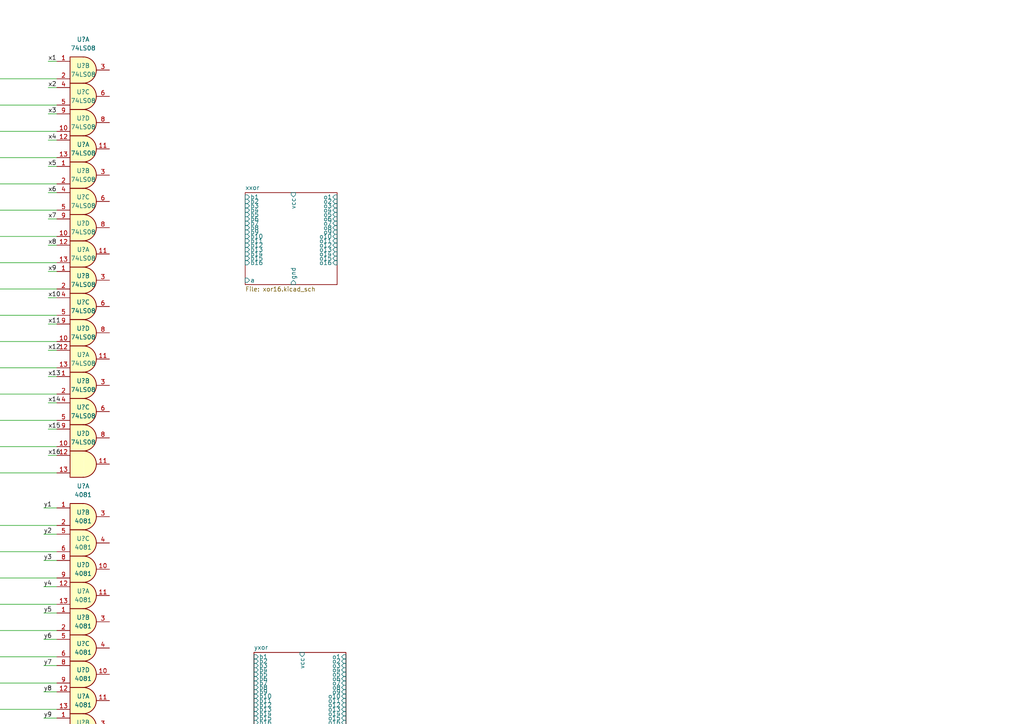
<source format=kicad_sch>
(kicad_sch (version 20211123) (generator eeschema)
  (paper "A4")
  (lib_symbols
    (symbol "4xxx:4081" (pin_names (offset 1.016))
      (property "Reference" "U" (at 0 1.27 0))
      (property "Value" "4081" (at 0 -1.27 0))
      (symbol "4081_1_1"
        (arc (start 0 -3.81) (mid 3.81 0) (end 0 3.81) (stroke (width 0.254)) (fill (type background)))
        (polyline (pts (xy 0 3.81) (xy -3.81 3.81) (xy -3.81 -3.81) (xy 0 -3.81)) (stroke (width 0.254)) (fill (type background)))
        (pin input line (at -7.62 2.54 0) (length 3.81) (name "~") (number "1"))
        (pin input line (at -7.62 -2.54 0) (length 3.81) (name "~") (number "2"))
        (pin output line (at 7.62 0 180) (length 3.81) (name "~") (number "3"))
      )
      (symbol "4081_1_2"
        (arc (start -3.81 -3.81) (mid -2.589 0) (end -3.81 3.81) (stroke (width 0.254)))
        (arc (start -0.6096 -3.81) (mid 2.1855 -2.584) (end 3.81 0) (stroke (width 0.254)) (fill (type background)))
        (polyline (pts (xy -3.81 -3.81) (xy -0.635 -3.81)) (stroke (width 0.254)) (fill (type background)))
        (polyline (pts (xy -3.81 3.81) (xy -0.635 3.81)) (stroke (width 0.254)) (fill (type background)))
        (polyline (pts (xy -0.635 3.81) (xy -3.81 3.81) (xy -3.81 3.81) (xy -3.556 3.4036) (xy -3.0226 2.2606) (xy -2.6924 1.0414) (xy -2.6162 -0.254) (xy -2.7686 -1.4986) (xy -3.175 -2.7178) (xy -3.81 -3.81) (xy -3.81 -3.81) (xy -0.635 -3.81)) (stroke (width -25.4)) (fill (type background)))
        (arc (start 3.81 0) (mid 2.1928 2.5925) (end -0.6096 3.81) (stroke (width 0.254)) (fill (type background)))
        (pin input inverted (at -7.62 2.54 0) (length 4.318) (name "~") (number "1"))
        (pin input inverted (at -7.62 -2.54 0) (length 4.318) (name "~") (number "2"))
        (pin output inverted (at 7.62 0 180) (length 3.81) (name "~") (number "3"))
      )
      (symbol "4081_2_1"
        (arc (start 0 -3.81) (mid 3.81 0) (end 0 3.81) (stroke (width 0.254)) (fill (type background)))
        (polyline (pts (xy 0 3.81) (xy -3.81 3.81) (xy -3.81 -3.81) (xy 0 -3.81)) (stroke (width 0.254)) (fill (type background)))
        (pin output line (at 7.62 0 180) (length 3.81) (name "~") (number "4"))
        (pin input line (at -7.62 2.54 0) (length 3.81) (name "~") (number "5"))
        (pin input line (at -7.62 -2.54 0) (length 3.81) (name "~") (number "6"))
      )
      (symbol "4081_2_2"
        (arc (start -3.81 -3.81) (mid -2.589 0) (end -3.81 3.81) (stroke (width 0.254)))
        (arc (start -0.6096 -3.81) (mid 2.1855 -2.584) (end 3.81 0) (stroke (width 0.254)) (fill (type background)))
        (polyline (pts (xy -3.81 -3.81) (xy -0.635 -3.81)) (stroke (width 0.254)) (fill (type background)))
        (polyline (pts (xy -3.81 3.81) (xy -0.635 3.81)) (stroke (width 0.254)) (fill (type background)))
        (polyline (pts (xy -0.635 3.81) (xy -3.81 3.81) (xy -3.81 3.81) (xy -3.556 3.4036) (xy -3.0226 2.2606) (xy -2.6924 1.0414) (xy -2.6162 -0.254) (xy -2.7686 -1.4986) (xy -3.175 -2.7178) (xy -3.81 -3.81) (xy -3.81 -3.81) (xy -0.635 -3.81)) (stroke (width -25.4)) (fill (type background)))
        (arc (start 3.81 0) (mid 2.1928 2.5925) (end -0.6096 3.81) (stroke (width 0.254)) (fill (type background)))
        (pin output inverted (at 7.62 0 180) (length 3.81) (name "~") (number "4"))
        (pin input inverted (at -7.62 2.54 0) (length 4.318) (name "~") (number "5"))
        (pin input inverted (at -7.62 -2.54 0) (length 4.318) (name "~") (number "6"))
      )
      (symbol "4081_3_1"
        (arc (start 0 -3.81) (mid 3.81 0) (end 0 3.81) (stroke (width 0.254)) (fill (type background)))
        (polyline (pts (xy 0 3.81) (xy -3.81 3.81) (xy -3.81 -3.81) (xy 0 -3.81)) (stroke (width 0.254)) (fill (type background)))
        (pin output line (at 7.62 0 180) (length 3.81) (name "~") (number "10"))
        (pin input line (at -7.62 2.54 0) (length 3.81) (name "~") (number "8"))
        (pin input line (at -7.62 -2.54 0) (length 3.81) (name "~") (number "9"))
      )
      (symbol "4081_3_2"
        (arc (start -3.81 -3.81) (mid -2.589 0) (end -3.81 3.81) (stroke (width 0.254)))
        (arc (start -0.6096 -3.81) (mid 2.1855 -2.584) (end 3.81 0) (stroke (width 0.254)) (fill (type background)))
        (polyline (pts (xy -3.81 -3.81) (xy -0.635 -3.81)) (stroke (width 0.254)) (fill (type background)))
        (polyline (pts (xy -3.81 3.81) (xy -0.635 3.81)) (stroke (width 0.254)) (fill (type background)))
        (polyline (pts (xy -0.635 3.81) (xy -3.81 3.81) (xy -3.81 3.81) (xy -3.556 3.4036) (xy -3.0226 2.2606) (xy -2.6924 1.0414) (xy -2.6162 -0.254) (xy -2.7686 -1.4986) (xy -3.175 -2.7178) (xy -3.81 -3.81) (xy -3.81 -3.81) (xy -0.635 -3.81)) (stroke (width -25.4)) (fill (type background)))
        (arc (start 3.81 0) (mid 2.1928 2.5925) (end -0.6096 3.81) (stroke (width 0.254)) (fill (type background)))
        (pin output inverted (at 7.62 0 180) (length 3.81) (name "~") (number "10"))
        (pin input inverted (at -7.62 2.54 0) (length 4.318) (name "~") (number "8"))
        (pin input inverted (at -7.62 -2.54 0) (length 4.318) (name "~") (number "9"))
      )
      (symbol "4081_4_1"
        (arc (start 0 -3.81) (mid 3.81 0) (end 0 3.81) (stroke (width 0.254)) (fill (type background)))
        (polyline (pts (xy 0 3.81) (xy -3.81 3.81) (xy -3.81 -3.81) (xy 0 -3.81)) (stroke (width 0.254)) (fill (type background)))
        (pin output line (at 7.62 0 180) (length 3.81) (name "~") (number "11"))
        (pin input line (at -7.62 2.54 0) (length 3.81) (name "~") (number "12"))
        (pin input line (at -7.62 -2.54 0) (length 3.81) (name "~") (number "13"))
      )
      (symbol "4081_4_2"
        (arc (start -3.81 -3.81) (mid -2.589 0) (end -3.81 3.81) (stroke (width 0.254)))
        (arc (start -0.6096 -3.81) (mid 2.1855 -2.584) (end 3.81 0) (stroke (width 0.254)) (fill (type background)))
        (polyline (pts (xy -3.81 -3.81) (xy -0.635 -3.81)) (stroke (width 0.254)) (fill (type background)))
        (polyline (pts (xy -3.81 3.81) (xy -0.635 3.81)) (stroke (width 0.254)) (fill (type background)))
        (polyline (pts (xy -0.635 3.81) (xy -3.81 3.81) (xy -3.81 3.81) (xy -3.556 3.4036) (xy -3.0226 2.2606) (xy -2.6924 1.0414) (xy -2.6162 -0.254) (xy -2.7686 -1.4986) (xy -3.175 -2.7178) (xy -3.81 -3.81) (xy -3.81 -3.81) (xy -0.635 -3.81)) (stroke (width -25.4)) (fill (type background)))
        (arc (start 3.81 0) (mid 2.1928 2.5925) (end -0.6096 3.81) (stroke (width 0.254)) (fill (type background)))
        (pin output inverted (at 7.62 0 180) (length 3.81) (name "~") (number "11"))
        (pin input inverted (at -7.62 2.54 0) (length 4.318) (name "~") (number "12"))
        (pin input inverted (at -7.62 -2.54 0) (length 4.318) (name "~") (number "13"))
      )
      (symbol "4081_5_0"
        (pin power_in line (at 0 12.7 270) (length 5.08) (name "VDD") (number "14"))
        (pin power_in line (at 0 -12.7 90) (length 5.08) (name "VSS") (number "7"))
      )
      (symbol "4081_5_1"
        (rectangle (start -5.08 7.62) (end 5.08 -7.62) (stroke (width 0.254)) (fill (type background)))
      )
    )
    (symbol "74xx:74LS04"
      (property "Reference" "U" (at 0 1.27 0))
      (property "Value" "74LS04" (at 0 -1.27 0))
      (symbol "74LS04_1_0"
        (polyline (pts (xy -3.81 3.81) (xy -3.81 -3.81) (xy 3.81 0) (xy -3.81 3.81)) (stroke (width 0.254)) (fill (type background)))
        (pin input line (at -7.62 0 0) (length 3.81) (name "~") (number "1"))
        (pin output inverted (at 7.62 0 180) (length 3.81) (name "~") (number "2"))
      )
      (symbol "74LS04_2_0"
        (polyline (pts (xy -3.81 3.81) (xy -3.81 -3.81) (xy 3.81 0) (xy -3.81 3.81)) (stroke (width 0.254)) (fill (type background)))
        (pin input line (at -7.62 0 0) (length 3.81) (name "~") (number "3"))
        (pin output inverted (at 7.62 0 180) (length 3.81) (name "~") (number "4"))
      )
      (symbol "74LS04_3_0"
        (polyline (pts (xy -3.81 3.81) (xy -3.81 -3.81) (xy 3.81 0) (xy -3.81 3.81)) (stroke (width 0.254)) (fill (type background)))
        (pin input line (at -7.62 0 0) (length 3.81) (name "~") (number "5"))
        (pin output inverted (at 7.62 0 180) (length 3.81) (name "~") (number "6"))
      )
      (symbol "74LS04_4_0"
        (polyline (pts (xy -3.81 3.81) (xy -3.81 -3.81) (xy 3.81 0) (xy -3.81 3.81)) (stroke (width 0.254)) (fill (type background)))
        (pin output inverted (at 7.62 0 180) (length 3.81) (name "~") (number "8"))
        (pin input line (at -7.62 0 0) (length 3.81) (name "~") (number "9"))
      )
      (symbol "74LS04_5_0"
        (polyline (pts (xy -3.81 3.81) (xy -3.81 -3.81) (xy 3.81 0) (xy -3.81 3.81)) (stroke (width 0.254)) (fill (type background)))
        (pin output inverted (at 7.62 0 180) (length 3.81) (name "~") (number "10"))
        (pin input line (at -7.62 0 0) (length 3.81) (name "~") (number "11"))
      )
      (symbol "74LS04_6_0"
        (polyline (pts (xy -3.81 3.81) (xy -3.81 -3.81) (xy 3.81 0) (xy -3.81 3.81)) (stroke (width 0.254)) (fill (type background)))
        (pin output inverted (at 7.62 0 180) (length 3.81) (name "~") (number "12"))
        (pin input line (at -7.62 0 0) (length 3.81) (name "~") (number "13"))
      )
      (symbol "74LS04_7_0"
        (pin power_in line (at 0 12.7 270) (length 5.08) (name "VCC") (number "14"))
        (pin power_in line (at 0 -12.7 90) (length 5.08) (name "GND") (number "7"))
      )
      (symbol "74LS04_7_1"
        (rectangle (start -5.08 7.62) (end 5.08 -7.62) (stroke (width 0.254)) (fill (type background)))
      )
    )
    (symbol "74xx:74LS08" (pin_names (offset 1.016))
      (property "Reference" "U" (at 0 1.27 0))
      (property "Value" "74LS08" (at 0 -1.27 0))
      (symbol "74LS08_1_1"
        (arc (start 0 -3.81) (mid 3.81 0) (end 0 3.81) (stroke (width 0.254)) (fill (type background)))
        (polyline (pts (xy 0 3.81) (xy -3.81 3.81) (xy -3.81 -3.81) (xy 0 -3.81)) (stroke (width 0.254)) (fill (type background)))
        (pin input line (at -7.62 2.54 0) (length 3.81) (name "~") (number "1"))
        (pin input line (at -7.62 -2.54 0) (length 3.81) (name "~") (number "2"))
        (pin output line (at 7.62 0 180) (length 3.81) (name "~") (number "3"))
      )
      (symbol "74LS08_1_2"
        (arc (start -3.81 -3.81) (mid -2.589 0) (end -3.81 3.81) (stroke (width 0.254)))
        (arc (start -0.6096 -3.81) (mid 2.1855 -2.584) (end 3.81 0) (stroke (width 0.254)) (fill (type background)))
        (polyline (pts (xy -3.81 -3.81) (xy -0.635 -3.81)) (stroke (width 0.254)) (fill (type background)))
        (polyline (pts (xy -3.81 3.81) (xy -0.635 3.81)) (stroke (width 0.254)) (fill (type background)))
        (polyline (pts (xy -0.635 3.81) (xy -3.81 3.81) (xy -3.81 3.81) (xy -3.556 3.4036) (xy -3.0226 2.2606) (xy -2.6924 1.0414) (xy -2.6162 -0.254) (xy -2.7686 -1.4986) (xy -3.175 -2.7178) (xy -3.81 -3.81) (xy -3.81 -3.81) (xy -0.635 -3.81)) (stroke (width -25.4)) (fill (type background)))
        (arc (start 3.81 0) (mid 2.1928 2.5925) (end -0.6096 3.81) (stroke (width 0.254)) (fill (type background)))
        (pin input inverted (at -7.62 2.54 0) (length 4.318) (name "~") (number "1"))
        (pin input inverted (at -7.62 -2.54 0) (length 4.318) (name "~") (number "2"))
        (pin output inverted (at 7.62 0 180) (length 3.81) (name "~") (number "3"))
      )
      (symbol "74LS08_2_1"
        (arc (start 0 -3.81) (mid 3.81 0) (end 0 3.81) (stroke (width 0.254)) (fill (type background)))
        (polyline (pts (xy 0 3.81) (xy -3.81 3.81) (xy -3.81 -3.81) (xy 0 -3.81)) (stroke (width 0.254)) (fill (type background)))
        (pin input line (at -7.62 2.54 0) (length 3.81) (name "~") (number "4"))
        (pin input line (at -7.62 -2.54 0) (length 3.81) (name "~") (number "5"))
        (pin output line (at 7.62 0 180) (length 3.81) (name "~") (number "6"))
      )
      (symbol "74LS08_2_2"
        (arc (start -3.81 -3.81) (mid -2.589 0) (end -3.81 3.81) (stroke (width 0.254)))
        (arc (start -0.6096 -3.81) (mid 2.1855 -2.584) (end 3.81 0) (stroke (width 0.254)) (fill (type background)))
        (polyline (pts (xy -3.81 -3.81) (xy -0.635 -3.81)) (stroke (width 0.254)) (fill (type background)))
        (polyline (pts (xy -3.81 3.81) (xy -0.635 3.81)) (stroke (width 0.254)) (fill (type background)))
        (polyline (pts (xy -0.635 3.81) (xy -3.81 3.81) (xy -3.81 3.81) (xy -3.556 3.4036) (xy -3.0226 2.2606) (xy -2.6924 1.0414) (xy -2.6162 -0.254) (xy -2.7686 -1.4986) (xy -3.175 -2.7178) (xy -3.81 -3.81) (xy -3.81 -3.81) (xy -0.635 -3.81)) (stroke (width -25.4)) (fill (type background)))
        (arc (start 3.81 0) (mid 2.1928 2.5925) (end -0.6096 3.81) (stroke (width 0.254)) (fill (type background)))
        (pin input inverted (at -7.62 2.54 0) (length 4.318) (name "~") (number "4"))
        (pin input inverted (at -7.62 -2.54 0) (length 4.318) (name "~") (number "5"))
        (pin output inverted (at 7.62 0 180) (length 3.81) (name "~") (number "6"))
      )
      (symbol "74LS08_3_1"
        (arc (start 0 -3.81) (mid 3.81 0) (end 0 3.81) (stroke (width 0.254)) (fill (type background)))
        (polyline (pts (xy 0 3.81) (xy -3.81 3.81) (xy -3.81 -3.81) (xy 0 -3.81)) (stroke (width 0.254)) (fill (type background)))
        (pin input line (at -7.62 -2.54 0) (length 3.81) (name "~") (number "10"))
        (pin output line (at 7.62 0 180) (length 3.81) (name "~") (number "8"))
        (pin input line (at -7.62 2.54 0) (length 3.81) (name "~") (number "9"))
      )
      (symbol "74LS08_3_2"
        (arc (start -3.81 -3.81) (mid -2.589 0) (end -3.81 3.81) (stroke (width 0.254)))
        (arc (start -0.6096 -3.81) (mid 2.1855 -2.584) (end 3.81 0) (stroke (width 0.254)) (fill (type background)))
        (polyline (pts (xy -3.81 -3.81) (xy -0.635 -3.81)) (stroke (width 0.254)) (fill (type background)))
        (polyline (pts (xy -3.81 3.81) (xy -0.635 3.81)) (stroke (width 0.254)) (fill (type background)))
        (polyline (pts (xy -0.635 3.81) (xy -3.81 3.81) (xy -3.81 3.81) (xy -3.556 3.4036) (xy -3.0226 2.2606) (xy -2.6924 1.0414) (xy -2.6162 -0.254) (xy -2.7686 -1.4986) (xy -3.175 -2.7178) (xy -3.81 -3.81) (xy -3.81 -3.81) (xy -0.635 -3.81)) (stroke (width -25.4)) (fill (type background)))
        (arc (start 3.81 0) (mid 2.1928 2.5925) (end -0.6096 3.81) (stroke (width 0.254)) (fill (type background)))
        (pin input inverted (at -7.62 -2.54 0) (length 4.318) (name "~") (number "10"))
        (pin output inverted (at 7.62 0 180) (length 3.81) (name "~") (number "8"))
        (pin input inverted (at -7.62 2.54 0) (length 4.318) (name "~") (number "9"))
      )
      (symbol "74LS08_4_1"
        (arc (start 0 -3.81) (mid 3.81 0) (end 0 3.81) (stroke (width 0.254)) (fill (type background)))
        (polyline (pts (xy 0 3.81) (xy -3.81 3.81) (xy -3.81 -3.81) (xy 0 -3.81)) (stroke (width 0.254)) (fill (type background)))
        (pin output line (at 7.62 0 180) (length 3.81) (name "~") (number "11"))
        (pin input line (at -7.62 2.54 0) (length 3.81) (name "~") (number "12"))
        (pin input line (at -7.62 -2.54 0) (length 3.81) (name "~") (number "13"))
      )
      (symbol "74LS08_4_2"
        (arc (start -3.81 -3.81) (mid -2.589 0) (end -3.81 3.81) (stroke (width 0.254)))
        (arc (start -0.6096 -3.81) (mid 2.1855 -2.584) (end 3.81 0) (stroke (width 0.254)) (fill (type background)))
        (polyline (pts (xy -3.81 -3.81) (xy -0.635 -3.81)) (stroke (width 0.254)) (fill (type background)))
        (polyline (pts (xy -3.81 3.81) (xy -0.635 3.81)) (stroke (width 0.254)) (fill (type background)))
        (polyline (pts (xy -0.635 3.81) (xy -3.81 3.81) (xy -3.81 3.81) (xy -3.556 3.4036) (xy -3.0226 2.2606) (xy -2.6924 1.0414) (xy -2.6162 -0.254) (xy -2.7686 -1.4986) (xy -3.175 -2.7178) (xy -3.81 -3.81) (xy -3.81 -3.81) (xy -0.635 -3.81)) (stroke (width -25.4)) (fill (type background)))
        (arc (start 3.81 0) (mid 2.1928 2.5925) (end -0.6096 3.81) (stroke (width 0.254)) (fill (type background)))
        (pin output inverted (at 7.62 0 180) (length 3.81) (name "~") (number "11"))
        (pin input inverted (at -7.62 2.54 0) (length 4.318) (name "~") (number "12"))
        (pin input inverted (at -7.62 -2.54 0) (length 4.318) (name "~") (number "13"))
      )
      (symbol "74LS08_5_0"
        (pin power_in line (at 0 12.7 270) (length 5.08) (name "VCC") (number "14"))
        (pin power_in line (at 0 -12.7 90) (length 5.08) (name "GND") (number "7"))
      )
      (symbol "74LS08_5_1"
        (rectangle (start -5.08 7.62) (end 5.08 -7.62) (stroke (width 0.254)) (fill (type background)))
      )
    )
    (symbol "Connector:DIN41612_02x16_AB" (pin_names (offset 1.016) hide)
      (property "Reference" "J" (at 1.27 20.32 0))
      (property "Value" "DIN41612_02x16_AB" (at 1.27 -22.86 0))
      (symbol "DIN41612_02x16_AB_1_1"
        (rectangle (start -1.27 -20.193) (end 0 -20.447) (stroke (width 0.1524)))
        (rectangle (start -1.27 -17.653) (end 0 -17.907) (stroke (width 0.1524)))
        (rectangle (start -1.27 -15.113) (end 0 -15.367) (stroke (width 0.1524)))
        (rectangle (start -1.27 -12.573) (end 0 -12.827) (stroke (width 0.1524)))
        (rectangle (start -1.27 -10.033) (end 0 -10.287) (stroke (width 0.1524)))
        (rectangle (start -1.27 -7.493) (end 0 -7.747) (stroke (width 0.1524)))
        (rectangle (start -1.27 -4.953) (end 0 -5.207) (stroke (width 0.1524)))
        (rectangle (start -1.27 -2.413) (end 0 -2.667) (stroke (width 0.1524)))
        (rectangle (start -1.27 0.127) (end 0 -0.127) (stroke (width 0.1524)))
        (rectangle (start -1.27 2.667) (end 0 2.413) (stroke (width 0.1524)))
        (rectangle (start -1.27 5.207) (end 0 4.953) (stroke (width 0.1524)))
        (rectangle (start -1.27 7.747) (end 0 7.493) (stroke (width 0.1524)))
        (rectangle (start -1.27 10.287) (end 0 10.033) (stroke (width 0.1524)))
        (rectangle (start -1.27 12.827) (end 0 12.573) (stroke (width 0.1524)))
        (rectangle (start -1.27 15.367) (end 0 15.113) (stroke (width 0.1524)))
        (rectangle (start -1.27 17.907) (end 0 17.653) (stroke (width 0.1524)))
        (rectangle (start -1.27 19.05) (end 3.81 -21.59) (stroke (width 0.254)) (fill (type background)))
        (rectangle (start 3.81 -20.193) (end 2.54 -20.447) (stroke (width 0.1524)))
        (rectangle (start 3.81 -17.653) (end 2.54 -17.907) (stroke (width 0.1524)))
        (rectangle (start 3.81 -15.113) (end 2.54 -15.367) (stroke (width 0.1524)))
        (rectangle (start 3.81 -12.573) (end 2.54 -12.827) (stroke (width 0.1524)))
        (rectangle (start 3.81 -10.033) (end 2.54 -10.287) (stroke (width 0.1524)))
        (rectangle (start 3.81 -7.493) (end 2.54 -7.747) (stroke (width 0.1524)))
        (rectangle (start 3.81 -4.953) (end 2.54 -5.207) (stroke (width 0.1524)))
        (rectangle (start 3.81 -2.413) (end 2.54 -2.667) (stroke (width 0.1524)))
        (rectangle (start 3.81 0.127) (end 2.54 -0.127) (stroke (width 0.1524)))
        (rectangle (start 3.81 2.667) (end 2.54 2.413) (stroke (width 0.1524)))
        (rectangle (start 3.81 5.207) (end 2.54 4.953) (stroke (width 0.1524)))
        (rectangle (start 3.81 7.747) (end 2.54 7.493) (stroke (width 0.1524)))
        (rectangle (start 3.81 10.287) (end 2.54 10.033) (stroke (width 0.1524)))
        (rectangle (start 3.81 12.827) (end 2.54 12.573) (stroke (width 0.1524)))
        (rectangle (start 3.81 15.367) (end 2.54 15.113) (stroke (width 0.1524)))
        (rectangle (start 3.81 17.907) (end 2.54 17.653) (stroke (width 0.1524)))
        (pin passive line (at -5.08 17.78 0) (length 3.81) (name "Pin_a1") (number "a1"))
        (pin passive line (at -5.08 -5.08 0) (length 3.81) (name "Pin_a10") (number "a10"))
        (pin passive line (at -5.08 -7.62 0) (length 3.81) (name "Pin_a11") (number "a11"))
        (pin passive line (at -5.08 -10.16 0) (length 3.81) (name "Pin_a12") (number "a12"))
        (pin passive line (at -5.08 -12.7 0) (length 3.81) (name "Pin_a13") (number "a13"))
        (pin passive line (at -5.08 -15.24 0) (length 3.81) (name "Pin_a14") (number "a14"))
        (pin passive line (at -5.08 -17.78 0) (length 3.81) (name "Pin_a15") (number "a15"))
        (pin passive line (at -5.08 -20.32 0) (length 3.81) (name "Pin_a16") (number "a16"))
        (pin passive line (at -5.08 15.24 0) (length 3.81) (name "Pin_a2") (number "a2"))
        (pin passive line (at -5.08 12.7 0) (length 3.81) (name "Pin_a3") (number "a3"))
        (pin passive line (at -5.08 10.16 0) (length 3.81) (name "Pin_a4") (number "a4"))
        (pin passive line (at -5.08 7.62 0) (length 3.81) (name "Pin_a5") (number "a5"))
        (pin passive line (at -5.08 5.08 0) (length 3.81) (name "Pin_a6") (number "a6"))
        (pin passive line (at -5.08 2.54 0) (length 3.81) (name "Pin_a7") (number "a7"))
        (pin passive line (at -5.08 0 0) (length 3.81) (name "Pin_a8") (number "a8"))
        (pin passive line (at -5.08 -2.54 0) (length 3.81) (name "Pin_a9") (number "a9"))
        (pin passive line (at 7.62 17.78 180) (length 3.81) (name "Pin_b1") (number "b1"))
        (pin passive line (at 7.62 -5.08 180) (length 3.81) (name "Pin_b10") (number "b10"))
        (pin passive line (at 7.62 -7.62 180) (length 3.81) (name "Pin_b11") (number "b11"))
        (pin passive line (at 7.62 -10.16 180) (length 3.81) (name "Pin_b12") (number "b12"))
        (pin passive line (at 7.62 -12.7 180) (length 3.81) (name "Pin_b13") (number "b13"))
        (pin passive line (at 7.62 -15.24 180) (length 3.81) (name "Pin_b14") (number "b14"))
        (pin passive line (at 7.62 -17.78 180) (length 3.81) (name "Pin_b15") (number "b15"))
        (pin passive line (at 7.62 -20.32 180) (length 3.81) (name "Pin_b16") (number "b16"))
        (pin passive line (at 7.62 15.24 180) (length 3.81) (name "Pin_b2") (number "b2"))
        (pin passive line (at 7.62 12.7 180) (length 3.81) (name "Pin_b3") (number "b3"))
        (pin passive line (at 7.62 10.16 180) (length 3.81) (name "Pin_b4") (number "b4"))
        (pin passive line (at 7.62 7.62 180) (length 3.81) (name "Pin_b5") (number "b5"))
        (pin passive line (at 7.62 5.08 180) (length 3.81) (name "Pin_b6") (number "b6"))
        (pin passive line (at 7.62 2.54 180) (length 3.81) (name "Pin_b7") (number "b7"))
        (pin passive line (at 7.62 0 180) (length 3.81) (name "Pin_b8") (number "b8"))
        (pin passive line (at 7.62 -2.54 180) (length 3.81) (name "Pin_b9") (number "b9"))
      )
    )
  )
  (junction (at -8.89 74.93))
  (junction (at -11.43 190.5))
  (junction (at -8.89 106.68))
  (junction (at -11.43 228.6))
  (junction (at -8.89 53.34))
  (junction (at -62.23 31.75))
  (junction (at -8.89 68.58))
  (junction (at -8.89 83.82))
  (junction (at -11.43 175.26))
  (junction (at -11.43 167.64))
  (junction (at -52.07 57.15))
  (junction (at -62.23 57.15))
  (junction (at -41.91 31.75))
  (junction (at -8.89 76.2))
  (junction (at -11.43 165.1))
  (junction (at -11.43 198.12))
  (junction (at -11.43 182.88))
  (junction (at -8.89 121.92))
  (junction (at -8.89 99.06))
  (junction (at -11.43 205.74))
  (junction (at -11.43 243.84))
  (junction (at -8.89 114.3))
  (junction (at -11.43 220.98))
  (junction (at -8.89 60.96))
  (junction (at -11.43 236.22))
  (junction (at -11.43 251.46))
  (junction (at -8.89 129.54))
  (junction (at -41.91 57.15))
  (junction (at -31.75 57.15))
  (junction (at -52.07 31.75))
  (junction (at -11.43 160.02))
  (junction (at -11.43 213.36))
  (junction (at -11.43 259.08))
  (junction (at -8.89 45.72))
  (junction (at -8.89 91.44))
  (junction (at -8.89 38.1))
  (junction (at -8.89 30.48))
  (junction (at -31.75 31.75))
  (wire (pts (xy 12.7 200.66) (xy 16.51 200.66)))
  (wire (pts (xy 13.97 116.84) (xy 16.51 116.84)))
  (wire (pts (xy 16.51 83.82) (xy -8.89 83.82)))
  (wire (pts (xy -44.45 97.79) (xy -40.64 97.79)))
  (wire (pts (xy -8.89 114.3) (xy -8.89 106.68)))
  (wire (pts (xy 13.97 17.78) (xy 16.51 17.78)))
  (wire (pts (xy -8.89 129.54) (xy -8.89 121.92)))
  (wire (pts (xy -11.43 205.74) (xy -11.43 198.12)))
  (wire (pts (xy -11.43 251.46) (xy 16.51 251.46)))
  (wire (pts (xy 13.97 124.46) (xy 16.51 124.46)))
  (wire (pts (xy -8.89 30.48) (xy -8.89 22.86)))
  (wire (pts (xy -44.45 115.57) (xy -40.64 115.57)))
  (wire (pts (xy 16.51 106.68) (xy -8.89 106.68)))
  (wire (pts (xy -44.45 125.73) (xy -40.64 125.73)))
  (wire (pts (xy -8.89 121.92) (xy -8.89 114.3)))
  (wire (pts (xy 16.51 213.36) (xy -11.43 213.36)))
  (wire (pts (xy 13.97 71.12) (xy 16.51 71.12)))
  (wire (pts (xy -11.43 167.64) (xy -11.43 165.1)))
  (wire (pts (xy 16.51 190.5) (xy -11.43 190.5)))
  (wire (pts (xy -44.45 95.25) (xy -40.64 95.25)))
  (wire (pts (xy -8.89 91.44) (xy -8.89 83.82)))
  (wire (pts (xy 16.51 228.6) (xy -11.43 228.6)))
  (wire (pts (xy 12.7 215.9) (xy 16.51 215.9)))
  (wire (pts (xy 16.51 182.88) (xy -11.43 182.88)))
  (wire (pts (xy 12.7 231.14) (xy 16.51 231.14)))
  (wire (pts (xy 16.51 167.64) (xy -11.43 167.64)))
  (wire (pts (xy -62.23 31.75) (xy -52.07 31.75)))
  (wire (pts (xy 13.97 86.36) (xy 16.51 86.36)))
  (wire (pts (xy 16.51 198.12) (xy -11.43 198.12)))
  (wire (pts (xy -8.89 83.82) (xy -8.89 76.2)))
  (wire (pts (xy 16.51 121.92) (xy -8.89 121.92)))
  (wire (pts (xy 12.7 162.56) (xy 16.51 162.56)))
  (wire (pts (xy 12.7 170.18) (xy 16.51 170.18)))
  (wire (pts (xy 16.51 99.06) (xy -8.89 99.06)))
  (wire (pts (xy -8.89 99.06) (xy -8.89 91.44)))
  (wire (pts (xy -11.43 160.02) (xy 16.51 160.02)))
  (wire (pts (xy -8.89 68.58) (xy -8.89 74.93)))
  (wire (pts (xy -52.07 57.15) (xy -41.91 57.15)))
  (wire (pts (xy 16.51 266.7) (xy -11.43 266.7)))
  (wire (pts (xy -11.43 220.98) (xy -11.43 213.36)))
  (wire (pts (xy -31.75 31.75) (xy -21.59 31.75)))
  (wire (pts (xy 12.7 177.8) (xy 16.51 177.8)))
  (wire (pts (xy -44.45 105.41) (xy -40.64 105.41)))
  (wire (pts (xy -11.43 152.4) (xy 16.51 152.4)))
  (wire (pts (xy -41.91 31.75) (xy -31.75 31.75)))
  (wire (pts (xy -44.45 102.87) (xy -40.64 102.87)))
  (wire (pts (xy -10.16 74.93) (xy -8.89 74.93)))
  (wire (pts (xy -62.23 57.15) (xy -52.07 57.15)))
  (wire (pts (xy -31.75 57.15) (xy -21.59 57.15)))
  (wire (pts (xy 13.97 33.02) (xy 16.51 33.02)))
  (wire (pts (xy 12.7 185.42) (xy 16.51 185.42)))
  (wire (pts (xy 13.97 63.5) (xy 16.51 63.5)))
  (wire (pts (xy -72.39 57.15) (xy -62.23 57.15)))
  (wire (pts (xy -11.43 182.88) (xy -11.43 190.5)))
  (wire (pts (xy -11.43 243.84) (xy 16.51 243.84)))
  (wire (pts (xy -44.45 120.65) (xy -40.64 120.65)))
  (wire (pts (xy -11.43 236.22) (xy -11.43 228.6)))
  (wire (pts (xy 12.7 208.28) (xy 16.51 208.28)))
  (wire (pts (xy -52.07 31.75) (xy -41.91 31.75)))
  (wire (pts (xy 13.97 55.88) (xy 16.51 55.88)))
  (wire (pts (xy 12.7 147.32) (xy 16.51 147.32)))
  (wire (pts (xy 12.7 223.52) (xy 16.51 223.52)))
  (wire (pts (xy 12.7 238.76) (xy 16.51 238.76)))
  (wire (pts (xy 16.51 205.74) (xy -11.43 205.74)))
  (wire (pts (xy -8.89 60.96) (xy 16.51 60.96)))
  (wire (pts (xy -8.89 60.96) (xy -8.89 53.34)))
  (wire (pts (xy -11.43 228.6) (xy -11.43 220.98)))
  (wire (pts (xy -8.89 30.48) (xy 16.51 30.48)))
  (wire (pts (xy 16.51 76.2) (xy -8.89 76.2)))
  (wire (pts (xy -11.43 190.5) (xy -11.43 198.12)))
  (wire (pts (xy -11.43 259.08) (xy -11.43 251.46)))
  (wire (pts (xy -8.89 68.58) (xy 16.51 68.58)))
  (wire (pts (xy -11.43 259.08) (xy 16.51 259.08)))
  (wire (pts (xy -44.45 118.11) (xy -40.64 118.11)))
  (wire (pts (xy 16.51 220.98) (xy -11.43 220.98)))
  (wire (pts (xy -44.45 130.81) (xy -40.64 130.81)))
  (wire (pts (xy -72.39 31.75) (xy -62.23 31.75)))
  (wire (pts (xy -44.45 113.03) (xy -40.64 113.03)))
  (wire (pts (xy 16.51 137.16) (xy -8.89 137.16)))
  (wire (pts (xy 16.51 114.3) (xy -8.89 114.3)))
  (wire (pts (xy -11.43 160.02) (xy -11.43 152.4)))
  (wire (pts (xy -8.89 68.58) (xy -8.89 60.96)))
  (wire (pts (xy 16.51 91.44) (xy -8.89 91.44)))
  (wire (pts (xy 16.51 129.54) (xy -8.89 129.54)))
  (wire (pts (xy -27.94 74.93) (xy -25.4 74.93)))
  (wire (pts (xy 12.7 246.38) (xy 16.51 246.38)))
  (wire (pts (xy 12.7 154.94) (xy 16.51 154.94)))
  (wire (pts (xy -11.43 251.46) (xy -11.43 243.84)))
  (wire (pts (xy -11.43 182.88) (xy -11.43 175.26)))
  (wire (pts (xy -44.45 107.95) (xy -40.64 107.95)))
  (wire (pts (xy -8.89 137.16) (xy -8.89 129.54)))
  (wire (pts (xy -41.91 57.15) (xy -31.75 57.15)))
  (wire (pts (xy -8.89 45.72) (xy 16.51 45.72)))
  (wire (pts (xy -44.45 128.27) (xy -40.64 128.27)))
  (wire (pts (xy 13.97 93.98) (xy 16.51 93.98)))
  (wire (pts (xy 11.43 254) (xy 16.51 254)))
  (wire (pts (xy -8.89 38.1) (xy -8.89 30.48)))
  (wire (pts (xy 11.43 261.62) (xy 16.51 261.62)))
  (wire (pts (xy -8.89 45.72) (xy -8.89 38.1)))
  (wire (pts (xy -8.89 53.34) (xy 16.51 53.34)))
  (wire (pts (xy 13.97 101.6) (xy 16.51 101.6)))
  (wire (pts (xy 16.51 175.26) (xy -11.43 175.26)))
  (wire (pts (xy 13.97 48.26) (xy 16.51 48.26)))
  (wire (pts (xy -8.89 22.86) (xy 16.51 22.86)))
  (wire (pts (xy 13.97 132.08) (xy 16.51 132.08)))
  (wire (pts (xy -8.89 74.93) (xy -8.89 76.2)))
  (wire (pts (xy -30.48 165.1) (xy -26.67 165.1)))
  (wire (pts (xy -11.43 175.26) (xy -11.43 167.64)))
  (wire (pts (xy -44.45 110.49) (xy -40.64 110.49)))
  (wire (pts (xy -11.43 213.36) (xy -11.43 205.74)))
  (wire (pts (xy 12.7 193.04) (xy 16.51 193.04)))
  (wire (pts (xy -8.89 106.68) (xy -8.89 99.06)))
  (wire (pts (xy 13.97 25.4) (xy 16.51 25.4)))
  (wire (pts (xy -44.45 133.35) (xy -40.64 133.35)))
  (wire (pts (xy -44.45 123.19) (xy -40.64 123.19)))
  (wire (pts (xy -11.43 165.1) (xy -11.43 160.02)))
  (wire (pts (xy -11.43 243.84) (xy -11.43 236.22)))
  (wire (pts (xy 13.97 78.74) (xy 16.51 78.74)))
  (wire (pts (xy -8.89 38.1) (xy 16.51 38.1)))
  (wire (pts (xy 13.97 40.64) (xy 16.51 40.64)))
  (wire (pts (xy -44.45 100.33) (xy -40.64 100.33)))
  (wire (pts (xy -11.43 266.7) (xy -11.43 259.08)))
  (wire (pts (xy -11.43 236.22) (xy 16.51 236.22)))
  (wire (pts (xy 13.97 109.22) (xy 16.51 109.22)))
  (wire (pts (xy -8.89 53.34) (xy -8.89 45.72)))
  (label "y1" (at -27.94 95.25 0))
  (label "y15" (at 11.43 254 0))
  (label "y8" (at 12.7 200.66 0))
  (label "y5" (at 12.7 177.8 0))
  (label "y16" (at 11.43 261.62 0))
  (label "x1" (at 13.97 17.78 0))
  (label "x15" (at -44.45 130.81 0))
  (label "x5" (at 13.97 48.26 0))
  (label "x2" (at -44.45 97.79 0))
  (label "x7" (at -44.45 110.49 0))
  (label "y13" (at 12.7 238.76 0))
  (label "x4" (at 13.97 40.64 0))
  (label "y3" (at 12.7 162.56 0))
  (label "zx" (at -27.94 74.93 0))
  (label "x9" (at 13.97 78.74 0))
  (label "y7" (at 12.7 193.04 0))
  (label "y10" (at -27.94 118.11 0))
  (label "y1" (at 12.7 147.32 0))
  (label "x13" (at 13.97 109.22 0))
  (label "x8" (at 13.97 71.12 0))
  (label "y4" (at 12.7 170.18 0))
  (label "y7" (at -27.94 110.49 0))
  (label "y12" (at -27.94 123.19 0))
  (label "y10" (at 12.7 215.9 0))
  (label "x12" (at 13.97 101.6 0))
  (label "x3" (at 13.97 33.02 0))
  (label "y13" (at -27.94 125.73 0))
  (label "y6" (at -27.94 107.95 0))
  (label "y11" (at -27.94 120.65 0))
  (label "x12" (at -44.45 123.19 0))
  (label "x5" (at -44.45 105.41 0))
  (label "y3" (at -27.94 100.33 0))
  (label "x14" (at 13.97 116.84 0))
  (label "y4" (at -27.94 102.87 0))
  (label "x14" (at -44.45 128.27 0))
  (label "y2" (at -27.94 97.79 0))
  (label "x16" (at -44.45 133.35 0))
  (label "x13" (at -44.45 125.73 0))
  (label "y2" (at 12.7 154.94 0))
  (label "y9" (at 12.7 208.28 0))
  (label "x11" (at -44.45 120.65 0))
  (label "x9" (at -44.45 115.57 0))
  (label "x11" (at 13.97 93.98 0))
  (label "y14" (at -27.94 128.27 0))
  (label "y5" (at -27.94 105.41 0))
  (label "x6" (at 13.97 55.88 0))
  (label "y15" (at -27.94 130.81 0))
  (label "x6" (at -44.45 107.95 0))
  (label "x10" (at -44.45 118.11 0))
  (label "y9" (at -27.94 115.57 0))
  (label "y16" (at -27.94 133.35 0))
  (label "x8" (at -44.45 113.03 0))
  (label "x7" (at 13.97 63.5 0))
  (label "x4" (at -44.45 102.87 0))
  (label "y12" (at 12.7 231.14 0))
  (label "x2" (at 13.97 25.4 0))
  (label "y8" (at -27.94 113.03 0))
  (label "y14" (at 12.7 246.38 0))
  (label "x16" (at 13.97 132.08 0))
  (label "zy" (at -30.48 165.1 0))
  (label "x3" (at -44.45 100.33 0))
  (label "x15" (at 13.97 124.46 0))
  (label "x10" (at 13.97 86.36 0))
  (label "y11" (at 12.7 223.52 0))
  (label "y6" (at 12.7 185.42 0))
  (label "x1" (at -44.45 95.25 0))
  (symbol (lib_id "4xxx:4081") (at 24.13 157.48 0) (unit 2)
    (property "Reference" "U?" (at 24.13 148.59 0))
    (property "Value" "4081" (at 24.13 151.13 0))
    (property "Datasheet" "http://www.intersil.com/content/dam/Intersil/documents/cd40/cd4073bms-81bms-82bms.pdf" (effects hide))
  )
  (symbol (lib_id "4xxx:4081") (at 24.13 248.92 0) (unit 2)
    (property "Reference" "U?" (at 24.13 240.03 0))
    (property "Value" "4081" (at 24.13 242.57 0))
    (property "Datasheet" "http://www.intersil.com/content/dam/Intersil/documents/cd40/cd4073bms-81bms-82bms.pdf" (effects hide))
  )
  (symbol (lib_id "4xxx:4081") (at 24.13 195.58 0) (unit 3)
    (property "Reference" "U?" (at 24.13 186.69 0))
    (property "Value" "4081" (at 24.13 189.23 0))
    (property "Datasheet" "http://www.intersil.com/content/dam/Intersil/documents/cd40/cd4073bms-81bms-82bms.pdf" (effects hide))
  )
  (symbol (lib_id "74xx:74LS08") (at 24.13 35.56 0) (unit 3)
    (property "Reference" "U?" (at 24.13 26.67 0))
    (property "Value" "74LS08" (at 24.13 29.21 0))
    (property "Datasheet" "http://www.ti.com/lit/gpn/sn74LS08" (effects hide))
  )
  (symbol (lib_id "74xx:74LS08") (at 24.13 88.9 0) (unit 2)
    (property "Reference" "U?" (at 24.13 80.01 0))
    (property "Value" "74LS08" (at 24.13 82.55 0))
    (property "Datasheet" "http://www.ti.com/lit/gpn/sn74LS08" (effects hide))
  )
  (symbol (lib_id "74xx:74LS08") (at 24.13 50.8 0) (unit 1)
    (property "Reference" "U?" (at 24.13 41.91 0))
    (property "Value" "74LS08" (at 24.13 44.45 0))
    (property "Datasheet" "http://www.ti.com/lit/gpn/sn74LS08" (effects hide))
  )
  (symbol (lib_id "4xxx:4081") (at -72.39 44.45 0) (unit 5)
    (property "Reference" "U?" (at -64.77 43.1799 0) (effects (justify left)))
    (property "Value" "4081" (at -64.77 45.7199 0) (effects (justify left)))
    (property "Datasheet" "http://www.intersil.com/content/dam/Intersil/documents/cd40/cd4073bms-81bms-82bms.pdf" (effects hide))
  )
  (symbol (lib_id "Connector:DIN41612_02x16_AB") (at -35.56 113.03 0) (unit 1)
    (property "Reference" "J?" (at -34.29 88.9 0))
    (property "Value" "DIN41612_02x16_AB" (at -34.29 91.44 0))
  )
  (symbol (lib_id "74xx:74LS08") (at 24.13 73.66 0) (unit 4)
    (property "Reference" "U?" (at 24.13 64.77 0))
    (property "Value" "74LS08" (at 24.13 67.31 0))
    (property "Datasheet" "http://www.ti.com/lit/gpn/sn74LS08" (effects hide))
  )
  (symbol (lib_id "4xxx:4081") (at 24.13 203.2 0) (unit 4)
    (property "Reference" "U?" (at 24.13 194.31 0))
    (property "Value" "4081" (at 24.13 196.85 0))
    (property "Datasheet" "http://www.intersil.com/content/dam/Intersil/documents/cd40/cd4073bms-81bms-82bms.pdf" (effects hide))
  )
  (symbol (lib_id "74xx:74LS04") (at -19.05 165.1 0) (unit 2)
    (property "Reference" "U?" (at -19.05 156.21 0))
    (property "Value" "74LS04" (at -19.05 158.75 0))
    (property "Datasheet" "http://www.ti.com/lit/gpn/sn74LS04" (effects hide))
  )
  (symbol (lib_id "4xxx:4081") (at 24.13 165.1 0) (unit 3)
    (property "Reference" "U?" (at 24.13 156.21 0))
    (property "Value" "4081" (at 24.13 158.75 0))
    (property "Datasheet" "http://www.intersil.com/content/dam/Intersil/documents/cd40/cd4073bms-81bms-82bms.pdf" (effects hide))
  )
  (symbol (lib_id "4xxx:4081") (at -82.55 44.45 0) (unit 5)
    (property "Reference" "U?" (at -74.93 43.1799 0) (effects (justify left)))
    (property "Value" "4081" (at -74.93 45.7199 0) (effects (justify left)))
    (property "Datasheet" "http://www.intersil.com/content/dam/Intersil/documents/cd40/cd4073bms-81bms-82bms.pdf" (effects hide))
  )
  (symbol (lib_id "74xx:74LS08") (at 24.13 104.14 0) (unit 4)
    (property "Reference" "U?" (at 24.13 95.25 0))
    (property "Value" "74LS08" (at 24.13 97.79 0))
    (property "Datasheet" "http://www.ti.com/lit/gpn/sn74LS08" (effects hide))
  )
  (symbol (lib_id "4xxx:4081") (at -92.71 44.45 0) (unit 5)
    (property "Reference" "U?" (at -85.09 43.1799 0) (effects (justify left)))
    (property "Value" "4081" (at -85.09 45.7199 0) (effects (justify left)))
    (property "Datasheet" "http://www.intersil.com/content/dam/Intersil/documents/cd40/cd4073bms-81bms-82bms.pdf" (effects hide))
  )
  (symbol (lib_id "74xx:74LS04") (at -62.23 44.45 0) (unit 7)
    (property "Reference" "U?" (at -54.61 43.1799 0) (effects (justify left)))
    (property "Value" "74LS04" (at -54.61 45.7199 0) (effects (justify left)))
    (property "Datasheet" "http://www.ti.com/lit/gpn/sn74LS04" (effects hide))
  )
  (symbol (lib_id "74xx:74LS04") (at -78.74 114.3 0) (unit 5)
    (property "Reference" "U?" (at -78.74 105.41 0))
    (property "Value" "74LS04" (at -78.74 107.95 0))
    (property "Datasheet" "http://www.ti.com/lit/gpn/sn74LS04" (effects hide))
  )
  (symbol (lib_id "74xx:74LS08") (at -41.91 44.45 0) (unit 5)
    (property "Reference" "U?" (at -34.29 43.1799 0) (effects (justify left)))
    (property "Value" "74LS08" (at -34.29 45.7199 0) (effects (justify left)))
    (property "Datasheet" "http://www.ti.com/lit/gpn/sn74LS08" (effects hide))
  )
  (symbol (lib_id "4xxx:4081") (at 24.13 210.82 0) (unit 1)
    (property "Reference" "U?" (at 24.13 201.93 0))
    (property "Value" "4081" (at 24.13 204.47 0))
    (property "Datasheet" "http://www.intersil.com/content/dam/Intersil/documents/cd40/cd4073bms-81bms-82bms.pdf" (effects hide))
  )
  (symbol (lib_id "74xx:74LS08") (at 24.13 58.42 0) (unit 2)
    (property "Reference" "U?" (at 24.13 49.53 0))
    (property "Value" "74LS08" (at 24.13 52.07 0))
    (property "Datasheet" "http://www.ti.com/lit/gpn/sn74LS08" (effects hide))
  )
  (symbol (lib_id "74xx:74LS08") (at -31.75 44.45 0) (unit 5)
    (property "Reference" "U?" (at -24.13 43.1799 0) (effects (justify left)))
    (property "Value" "74LS08" (at -24.13 45.7199 0) (effects (justify left)))
    (property "Datasheet" "http://www.ti.com/lit/gpn/sn74LS08" (effects hide))
  )
  (symbol (lib_id "74xx:74LS08") (at 24.13 127 0) (unit 3)
    (property "Reference" "U?" (at 24.13 118.11 0))
    (property "Value" "74LS08" (at 24.13 120.65 0))
    (property "Datasheet" "http://www.ti.com/lit/gpn/sn74LS08" (effects hide))
  )
  (symbol (lib_id "74xx:74LS08") (at 24.13 119.38 0) (unit 2)
    (property "Reference" "U?" (at 24.13 110.49 0))
    (property "Value" "74LS08" (at 24.13 113.03 0))
    (property "Datasheet" "http://www.ti.com/lit/gpn/sn74LS08" (effects hide))
  )
  (symbol (lib_id "74xx:74LS08") (at 24.13 43.18 0) (unit 4)
    (property "Reference" "U?" (at 24.13 34.29 0))
    (property "Value" "74LS08" (at 24.13 36.83 0))
    (property "Datasheet" "http://www.ti.com/lit/gpn/sn74LS08" (effects hide))
  )
  (symbol (lib_id "74xx:74LS04") (at -78.74 96.52 0) (unit 3)
    (property "Reference" "U?" (at -78.74 87.63 0))
    (property "Value" "74LS04" (at -78.74 90.17 0))
    (property "Datasheet" "http://www.ti.com/lit/gpn/sn74LS04" (effects hide))
  )
  (symbol (lib_id "4xxx:4081") (at 24.13 149.86 0) (unit 1)
    (property "Reference" "U?" (at 24.13 140.97 0))
    (property "Value" "4081" (at 24.13 143.51 0))
    (property "Datasheet" "http://www.intersil.com/content/dam/Intersil/documents/cd40/cd4073bms-81bms-82bms.pdf" (effects hide))
  )
  (symbol (lib_id "4xxx:4081") (at -102.87 44.45 0) (unit 5)
    (property "Reference" "U?" (at -95.25 43.1799 0) (effects (justify left)))
    (property "Value" "4081" (at -95.25 45.7199 0) (effects (justify left)))
    (property "Datasheet" "http://www.intersil.com/content/dam/Intersil/documents/cd40/cd4073bms-81bms-82bms.pdf" (effects hide))
  )
  (symbol (lib_id "4xxx:4081") (at 24.13 218.44 0) (unit 2)
    (property "Reference" "U?" (at 24.13 209.55 0))
    (property "Value" "4081" (at 24.13 212.09 0))
    (property "Datasheet" "http://www.intersil.com/content/dam/Intersil/documents/cd40/cd4073bms-81bms-82bms.pdf" (effects hide))
  )
  (symbol (lib_id "74xx:74LS08") (at 24.13 96.52 0) (unit 3)
    (property "Reference" "U?" (at 24.13 87.63 0))
    (property "Value" "74LS08" (at 24.13 90.17 0))
    (property "Datasheet" "http://www.ti.com/lit/gpn/sn74LS08" (effects hide))
  )
  (symbol (lib_id "4xxx:4081") (at 24.13 226.06 0) (unit 3)
    (property "Reference" "U?" (at 24.13 217.17 0))
    (property "Value" "4081" (at 24.13 219.71 0))
    (property "Datasheet" "http://www.intersil.com/content/dam/Intersil/documents/cd40/cd4073bms-81bms-82bms.pdf" (effects hide))
  )
  (symbol (lib_id "74xx:74LS08") (at 24.13 20.32 0) (unit 1)
    (property "Reference" "U?" (at 24.13 11.43 0))
    (property "Value" "74LS08" (at 24.13 13.97 0))
    (property "Datasheet" "http://www.ti.com/lit/gpn/sn74LS08" (effects hide))
  )
  (symbol (lib_id "4xxx:4081") (at 24.13 256.54 0) (unit 3)
    (property "Reference" "U?" (at 24.13 247.65 0))
    (property "Value" "4081" (at 24.13 250.19 0))
    (property "Datasheet" "http://www.intersil.com/content/dam/Intersil/documents/cd40/cd4073bms-81bms-82bms.pdf" (effects hide))
  )
  (symbol (lib_id "4xxx:4081") (at 24.13 233.68 0) (unit 4)
    (property "Reference" "U?" (at 24.13 224.79 0))
    (property "Value" "4081" (at 24.13 227.33 0))
    (property "Datasheet" "http://www.intersil.com/content/dam/Intersil/documents/cd40/cd4073bms-81bms-82bms.pdf" (effects hide))
  )
  (symbol (lib_id "74xx:74LS08") (at 24.13 134.62 0) (unit 4)
    (property "Reference" "U?" (at 24.13 125.73 0))
    (property "Value" "74LS08" (at 24.13 128.27 0))
    (property "Datasheet" "http://www.ti.com/lit/gpn/sn74LS08" (effects hide))
  )
  (symbol (lib_id "4xxx:4081") (at 24.13 241.3 0) (unit 1)
    (property "Reference" "U?" (at 24.13 232.41 0))
    (property "Value" "4081" (at 24.13 234.95 0))
    (property "Datasheet" "http://www.intersil.com/content/dam/Intersil/documents/cd40/cd4073bms-81bms-82bms.pdf" (effects hide))
  )
  (symbol (lib_id "74xx:74LS08") (at -52.07 44.45 0) (unit 5)
    (property "Reference" "U?" (at -44.45 43.1799 0) (effects (justify left)))
    (property "Value" "74LS08" (at -44.45 45.7199 0) (effects (justify left)))
    (property "Datasheet" "http://www.ti.com/lit/gpn/sn74LS08" (effects hide))
  )
  (symbol (lib_id "4xxx:4081") (at 24.13 264.16 0) (unit 4)
    (property "Reference" "U?" (at 24.13 255.27 0))
    (property "Value" "4081" (at 24.13 257.81 0))
    (property "Datasheet" "http://www.intersil.com/content/dam/Intersil/documents/cd40/cd4073bms-81bms-82bms.pdf" (effects hide))
  )
  (symbol (lib_id "4xxx:4081") (at 24.13 172.72 0) (unit 4)
    (property "Reference" "U?" (at 24.13 163.83 0))
    (property "Value" "4081" (at 24.13 166.37 0))
    (property "Datasheet" "http://www.intersil.com/content/dam/Intersil/documents/cd40/cd4073bms-81bms-82bms.pdf" (effects hide))
  )
  (symbol (lib_id "4xxx:4081") (at 24.13 180.34 0) (unit 1)
    (property "Reference" "U?" (at 24.13 171.45 0))
    (property "Value" "4081" (at 24.13 173.99 0))
    (property "Datasheet" "http://www.intersil.com/content/dam/Intersil/documents/cd40/cd4073bms-81bms-82bms.pdf" (effects hide))
  )
  (symbol (lib_id "74xx:74LS04") (at -78.74 105.41 0) (unit 4)
    (property "Reference" "U?" (at -78.74 96.52 0))
    (property "Value" "74LS04" (at -78.74 99.06 0))
    (property "Datasheet" "http://www.ti.com/lit/gpn/sn74LS04" (effects hide))
  )
  (symbol (lib_id "74xx:74LS04") (at -17.78 74.93 0) (unit 1)
    (property "Reference" "NOT" (at -17.78 66.04 0))
    (property "Value" "74LS04" (at -17.78 68.58 0))
    (property "Datasheet" "http://www.ti.com/lit/gpn/sn74LS04" (effects hide))
  )
  (symbol (lib_id "74xx:74LS08") (at 24.13 111.76 0) (unit 1)
    (property "Reference" "U?" (at 24.13 102.87 0))
    (property "Value" "74LS08" (at 24.13 105.41 0))
    (property "Datasheet" "http://www.ti.com/lit/gpn/sn74LS08" (effects hide))
  )
  (symbol (lib_id "4xxx:4081") (at 24.13 187.96 0) (unit 2)
    (property "Reference" "U?" (at 24.13 179.07 0))
    (property "Value" "4081" (at 24.13 181.61 0))
    (property "Datasheet" "http://www.intersil.com/content/dam/Intersil/documents/cd40/cd4073bms-81bms-82bms.pdf" (effects hide))
  )
  (symbol (lib_id "74xx:74LS08") (at 24.13 66.04 0) (unit 3)
    (property "Reference" "U?" (at 24.13 57.15 0))
    (property "Value" "74LS08" (at 24.13 59.69 0))
    (property "Datasheet" "http://www.ti.com/lit/gpn/sn74LS08" (effects hide))
  )
  (symbol (lib_id "74xx:74LS08") (at -21.59 44.45 0) (unit 5)
    (property "Reference" "U?" (at -13.97 43.1799 0) (effects (justify left)))
    (property "Value" "74LS08" (at -13.97 45.7199 0) (effects (justify left)))
    (property "Datasheet" "http://www.ti.com/lit/gpn/sn74LS08" (effects hide))
  )
  (symbol (lib_id "74xx:74LS08") (at 24.13 81.28 0) (unit 1)
    (property "Reference" "U?" (at 24.13 72.39 0))
    (property "Value" "74LS08" (at 24.13 74.93 0))
    (property "Datasheet" "http://www.ti.com/lit/gpn/sn74LS08" (effects hide))
  )
  (symbol (lib_id "74xx:74LS04") (at -78.74 123.19 0) (unit 6)
    (property "Reference" "U?" (at -78.74 114.3 0))
    (property "Value" "74LS04" (at -78.74 116.84 0))
    (property "Datasheet" "http://www.ti.com/lit/gpn/sn74LS04" (effects hide))
  )
  (symbol (lib_id "74xx:74LS08") (at 24.13 27.94 0) (unit 2)
    (property "Reference" "U?" (at 24.13 19.05 0))
    (property "Value" "74LS08" (at 24.13 21.59 0))
    (property "Datasheet" "http://www.ti.com/lit/gpn/sn74LS08" (effects hide))
  )
  (sheet (at 73.66 189.23) (size 26.67 26.67) (stroke (width 0.1524))
    (property "Sheet name" "yxor" (at 73.66 188.5184 0) (effects (justify left bottom)))
    (property "Sheet file" "xor16.kicad_sch" (at 73.66 216.4846 0) (effects (justify left top)))
    (pin "b1" input (at 73.66 190.5 180))
    (pin "o1" input (at 100.33 190.5 0))
    (pin "o2" input (at 100.33 191.77 0))
    (pin "b2" input (at 73.66 191.77 180))
    (pin "a" input (at 73.66 214.63 180))
    (pin "vcc" input (at 87.63 189.23 90))
    (pin "gnd" input (at 87.63 215.9 270))
    (pin "o3" input (at 100.33 193.04 0))
    (pin "o4" input (at 100.33 194.31 0))
    (pin "b3" input (at 73.66 193.04 180))
    (pin "b4" input (at 73.66 194.31 180))
    (pin "b12" input (at 73.66 204.47 180))
    (pin "b10" input (at 73.66 201.93 180))
    (pin "b9" input (at 73.66 200.66 180))
    (pin "b11" input (at 73.66 203.2 180))
    (pin "b5" input (at 73.66 195.58 180))
    (pin "b6" input (at 73.66 196.85 180))
    (pin "o5" input (at 100.33 195.58 0))
    (pin "o6" input (at 100.33 196.85 0))
    (pin "o7" input (at 100.33 198.12 0))
    (pin "b8" input (at 73.66 199.39 180))
    (pin "b7" input (at 73.66 198.12 180))
    (pin "o8" input (at 100.33 199.39 0))
    (pin "o10" input (at 100.33 201.93 0))
    (pin "o11" input (at 100.33 203.2 0))
    (pin "o9" input (at 100.33 200.66 0))
    (pin "o12" input (at 100.33 204.47 0))
    (pin "b15" input (at 73.66 208.28 180))
    (pin "b14" input (at 73.66 207.01 180))
    (pin "o13" input (at 100.33 205.74 0))
    (pin "b13" input (at 73.66 205.74 180))
    (pin "b16" input (at 73.66 209.55 180))
    (pin "o14" input (at 100.33 207.01 0))
    (pin "o15" input (at 100.33 208.28 0))
    (pin "o16" input (at 100.33 209.55 0))
  )
  (sheet (at 71.12 55.88) (size 26.67 26.67) (stroke (width 0.1524))
    (property "Sheet name" "xxor" (at 71.12 55.1684 0) (effects (justify left bottom)))
    (property "Sheet file" "xor16.kicad_sch" (at 71.12 83.1346 0) (effects (justify left top)))
    (pin "b1" input (at 71.12 57.15 180))
    (pin "o1" input (at 97.79 57.15 0))
    (pin "o2" input (at 97.79 58.42 0))
    (pin "b2" input (at 71.12 58.42 180))
    (pin "a" input (at 71.12 81.28 180))
    (pin "vcc" input (at 85.09 55.88 90))
    (pin "gnd" input (at 85.09 82.55 270))
    (pin "o3" input (at 97.79 59.69 0))
    (pin "o4" input (at 97.79 60.96 0))
    (pin "b3" input (at 71.12 59.69 180))
    (pin "b4" input (at 71.12 60.96 180))
    (pin "b12" input (at 71.12 71.12 180))
    (pin "b10" input (at 71.12 68.58 180))
    (pin "b9" input (at 71.12 67.31 180))
    (pin "b11" input (at 71.12 69.85 180))
    (pin "b5" input (at 71.12 62.23 180))
    (pin "b6" input (at 71.12 63.5 180))
    (pin "o5" input (at 97.79 62.23 0))
    (pin "o6" input (at 97.79 63.5 0))
    (pin "o7" input (at 97.79 64.77 0))
    (pin "b8" input (at 71.12 66.04 180))
    (pin "b7" input (at 71.12 64.77 180))
    (pin "o8" input (at 97.79 66.04 0))
    (pin "o10" input (at 97.79 68.58 0))
    (pin "o11" input (at 97.79 69.85 0))
    (pin "o9" input (at 97.79 67.31 0))
    (pin "o12" input (at 97.79 71.12 0))
    (pin "b15" input (at 71.12 74.93 180))
    (pin "b14" input (at 71.12 73.66 180))
    (pin "o13" input (at 97.79 72.39 0))
    (pin "b13" input (at 71.12 72.39 180))
    (pin "b16" input (at 71.12 76.2 180))
    (pin "o14" input (at 97.79 73.66 0))
    (pin "o15" input (at 97.79 74.93 0))
    (pin "o16" input (at 97.79 76.2 0))
  )
)
</source>
